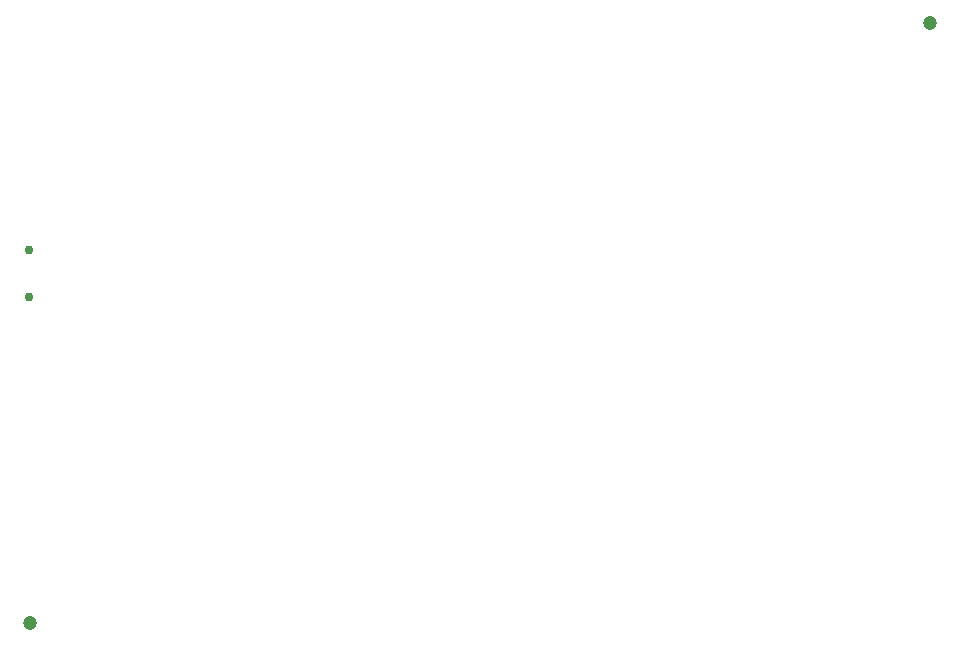
<source format=gbr>
G04 EAGLE Gerber RS-274X export*
G75*
%MOMM*%
%FSLAX34Y34*%
%LPD*%
%INSoldermask Bottom*%
%IPPOS*%
%AMOC8*
5,1,8,0,0,1.08239X$1,22.5*%
G01*
%ADD10C,0.753200*%
%ADD11C,1.203200*%


D10*
X-1032600Y413700D03*
X-1032600Y373700D03*
D11*
X-269800Y606500D03*
X-1031800Y98500D03*
M02*

</source>
